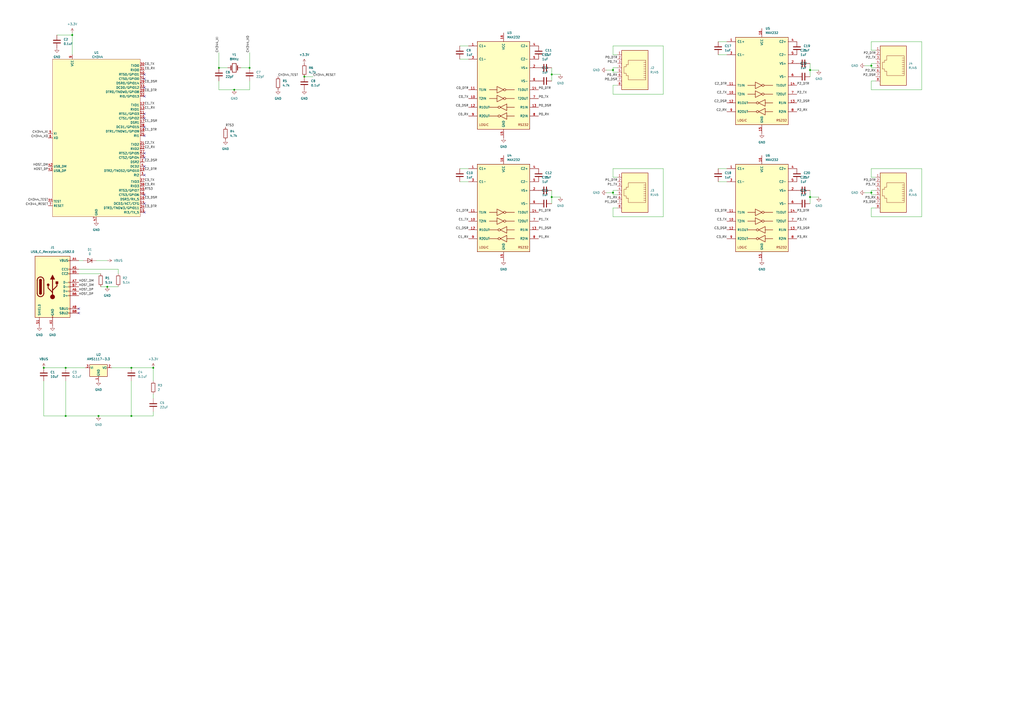
<source format=kicad_sch>
(kicad_sch (version 20211123) (generator eeschema)
  (paper "A2")
  (lib_symbols
    (symbol "Connector:RJ45" (pin_names (offset 1.016))
      (property "Reference" "J" (at -5.08 13.97 0))
      (property "Value" "RJ45" (at 2.54 13.97 0))
      (symbol "RJ45_0_1"
        (polyline (pts (xy -5.08 4.445) (xy -6.35 4.445)))
        (polyline (pts (xy -5.08 5.715) (xy -6.35 5.715)))
        (polyline (pts (xy -6.35 -3.175) (xy -5.08 -3.175) (xy -5.08 -3.175)))
        (polyline (pts (xy -6.35 -1.905) (xy -5.08 -1.905) (xy -5.08 -1.905)))
        (polyline (pts (xy -6.35 -0.635) (xy -5.08 -0.635) (xy -5.08 -0.635)))
        (polyline (pts (xy -6.35 0.635) (xy -5.08 0.635) (xy -5.08 0.635)))
        (polyline (pts (xy -6.35 1.905) (xy -5.08 1.905) (xy -5.08 1.905)))
        (polyline (pts (xy -5.08 3.175) (xy -6.35 3.175) (xy -6.35 3.175)))
        (polyline (pts (xy -6.35 -4.445) (xy -6.35 6.985) (xy 3.81 6.985) (xy 3.81 4.445) (xy 5.08 4.445) (xy 5.08 3.175) (xy 6.35 3.175) (xy 6.35 -0.635) (xy 5.08 -0.635) (xy 5.08 -1.905) (xy 3.81 -1.905) (xy 3.81 -4.445) (xy -6.35 -4.445) (xy -6.35 -4.445)))
        (rectangle (start 7.62 12.7) (end -7.62 -10.16) (stroke (width 0.254)) (fill (type background)))
      )
      (symbol "RJ45_1_1"
        (pin passive line (at 10.16 -7.62 180) (length 2.54) (name "~") (number "1"))
        (pin passive line (at 10.16 -5.08 180) (length 2.54) (name "~") (number "2"))
        (pin passive line (at 10.16 -2.54 180) (length 2.54) (name "~") (number "3"))
        (pin passive line (at 10.16 0 180) (length 2.54) (name "~") (number "4"))
        (pin passive line (at 10.16 2.54 180) (length 2.54) (name "~") (number "5"))
        (pin passive line (at 10.16 5.08 180) (length 2.54) (name "~") (number "6"))
        (pin passive line (at 10.16 7.62 180) (length 2.54) (name "~") (number "7"))
        (pin passive line (at 10.16 10.16 180) (length 2.54) (name "~") (number "8"))
      )
    )
    (symbol "Connector:USB_C_Receptacle_USB2.0" (pin_names (offset 1.016))
      (property "Reference" "J" (at -10.16 19.05 0))
      (property "Value" "USB_C_Receptacle_USB2.0" (at 19.05 19.05 0))
      (symbol "USB_C_Receptacle_USB2.0_0_0"
        (rectangle (start -0.254 -17.78) (end 0.254 -16.764))
        (rectangle (start 10.16 -14.986) (end 9.144 -15.494))
        (rectangle (start 10.16 -12.446) (end 9.144 -12.954))
        (rectangle (start 10.16 -4.826) (end 9.144 -5.334))
        (rectangle (start 10.16 -2.286) (end 9.144 -2.794))
        (rectangle (start 10.16 0.254) (end 9.144 -0.254))
        (rectangle (start 10.16 2.794) (end 9.144 2.286))
        (rectangle (start 10.16 7.874) (end 9.144 7.366))
        (rectangle (start 10.16 10.414) (end 9.144 9.906))
        (rectangle (start 10.16 15.494) (end 9.144 14.986))
      )
      (symbol "USB_C_Receptacle_USB2.0_0_1"
        (rectangle (start -10.16 17.78) (end 10.16 -17.78) (stroke (width 0.254)) (fill (type background)))
        (arc (start -8.89 -3.81) (mid -6.985 -5.715) (end -5.08 -3.81) (stroke (width 0.508)))
        (arc (start -7.62 -3.81) (mid -6.985 -4.445) (end -6.35 -3.81) (stroke (width 0.254)))
        (arc (start -7.62 -3.81) (mid -6.985 -4.445) (end -6.35 -3.81) (stroke (width 0.254)) (fill (type outline)))
        (rectangle (start -7.62 -3.81) (end -6.35 3.81) (stroke (width 0.254)) (fill (type outline)))
        (arc (start -6.35 3.81) (mid -6.985 4.445) (end -7.62 3.81) (stroke (width 0.254)))
        (arc (start -6.35 3.81) (mid -6.985 4.445) (end -7.62 3.81) (stroke (width 0.254)) (fill (type outline)))
        (arc (start -5.08 3.81) (mid -6.985 5.715) (end -8.89 3.81) (stroke (width 0.508)))
        (circle (center -2.54 1.143) (radius 0.635) (stroke (width 0.254)) (fill (type outline)))
        (circle (center 0 -5.842) (radius 1.27) (fill (type outline)))
        (polyline (pts (xy -8.89 -3.81) (xy -8.89 3.81)) (stroke (width 0.508)))
        (polyline (pts (xy -5.08 3.81) (xy -5.08 -3.81)) (stroke (width 0.508)))
        (polyline (pts (xy 0 -5.842) (xy 0 4.318)) (stroke (width 0.508)))
        (polyline (pts (xy 0 -3.302) (xy -2.54 -0.762) (xy -2.54 0.508)) (stroke (width 0.508)))
        (polyline (pts (xy 0 -2.032) (xy 2.54 0.508) (xy 2.54 1.778)) (stroke (width 0.508)))
        (polyline (pts (xy -1.27 4.318) (xy 0 6.858) (xy 1.27 4.318) (xy -1.27 4.318)) (stroke (width 0.254)) (fill (type outline)))
        (rectangle (start 1.905 1.778) (end 3.175 3.048) (stroke (width 0.254)) (fill (type outline)))
      )
      (symbol "USB_C_Receptacle_USB2.0_1_1"
        (pin passive line (at 0 -22.86 90) (length 5.08) (name "GND") (number "A1"))
        (pin passive line (at 0 -22.86 90) (length 5.08) hide (name "GND") (number "A12"))
        (pin passive line (at 15.24 15.24 180) (length 5.08) (name "VBUS") (number "A4"))
        (pin bidirectional line (at 15.24 10.16 180) (length 5.08) (name "CC1") (number "A5"))
        (pin bidirectional line (at 15.24 -2.54 180) (length 5.08) (name "D+") (number "A6"))
        (pin bidirectional line (at 15.24 2.54 180) (length 5.08) (name "D-") (number "A7"))
        (pin bidirectional line (at 15.24 -12.7 180) (length 5.08) (name "SBU1") (number "A8"))
        (pin passive line (at 15.24 15.24 180) (length 5.08) hide (name "VBUS") (number "A9"))
        (pin passive line (at 0 -22.86 90) (length 5.08) hide (name "GND") (number "B1"))
        (pin passive line (at 0 -22.86 90) (length 5.08) hide (name "GND") (number "B12"))
        (pin passive line (at 15.24 15.24 180) (length 5.08) hide (name "VBUS") (number "B4"))
        (pin bidirectional line (at 15.24 7.62 180) (length 5.08) (name "CC2") (number "B5"))
        (pin bidirectional line (at 15.24 -5.08 180) (length 5.08) (name "D+") (number "B6"))
        (pin bidirectional line (at 15.24 0 180) (length 5.08) (name "D-") (number "B7"))
        (pin bidirectional line (at 15.24 -15.24 180) (length 5.08) (name "SBU2") (number "B8"))
        (pin passive line (at 15.24 15.24 180) (length 5.08) hide (name "VBUS") (number "B9"))
        (pin passive line (at -7.62 -22.86 90) (length 5.08) (name "SHIELD") (number "S1"))
      )
    )
    (symbol "Device:C" (pin_numbers hide) (pin_names (offset 0.254))
      (property "Reference" "C" (at 0.635 2.54 0))
      (property "Value" "C" (at 0.635 -2.54 0))
      (symbol "C_0_1"
        (polyline (pts (xy -2.032 -0.762) (xy 2.032 -0.762)) (stroke (width 0.508)))
        (polyline (pts (xy -2.032 0.762) (xy 2.032 0.762)) (stroke (width 0.508)))
      )
      (symbol "C_1_1"
        (pin passive line (at 0 3.81 270) (length 2.794) (name "~") (number "1"))
        (pin passive line (at 0 -3.81 90) (length 2.794) (name "~") (number "2"))
      )
    )
    (symbol "Device:Crystal" (pin_numbers hide) (pin_names (offset 1.016) hide)
      (property "Reference" "Y" (at 0 3.81 0))
      (property "Value" "Crystal" (at 0 -3.81 0))
      (symbol "Crystal_0_1"
        (rectangle (start -1.143 2.54) (end 1.143 -2.54) (stroke (width 0.3048)))
        (polyline (pts (xy -2.54 0) (xy -1.905 0)))
        (polyline (pts (xy -1.905 -1.27) (xy -1.905 1.27)) (stroke (width 0.508)))
        (polyline (pts (xy 1.905 -1.27) (xy 1.905 1.27)) (stroke (width 0.508)))
        (polyline (pts (xy 2.54 0) (xy 1.905 0)))
      )
      (symbol "Crystal_1_1"
        (pin passive line (at -3.81 0 0) (length 1.27) (name "1") (number "1"))
        (pin passive line (at 3.81 0 180) (length 1.27) (name "2") (number "2"))
      )
    )
    (symbol "Device:D" (pin_numbers hide) (pin_names (offset 1.016) hide)
      (property "Reference" "D" (at 0 2.54 0))
      (property "Value" "D" (at 0 -2.54 0))
      (symbol "D_0_1"
        (polyline (pts (xy -1.27 1.27) (xy -1.27 -1.27)) (stroke (width 0.254)))
        (polyline (pts (xy 1.27 0) (xy -1.27 0)))
        (polyline (pts (xy 1.27 1.27) (xy 1.27 -1.27) (xy -1.27 0) (xy 1.27 1.27)) (stroke (width 0.254)))
      )
      (symbol "D_1_1"
        (pin passive line (at -3.81 0 0) (length 2.54) (name "K") (number "1"))
        (pin passive line (at 3.81 0 180) (length 2.54) (name "A") (number "2"))
      )
    )
    (symbol "Device:R" (pin_numbers hide) (pin_names (offset 0))
      (property "Reference" "R" (at 2.032 0 90))
      (property "Value" "R" (at 0 0 90))
      (symbol "R_0_1"
        (rectangle (start -1.016 -2.54) (end 1.016 2.54) (stroke (width 0.254)))
      )
      (symbol "R_1_1"
        (pin passive line (at 0 3.81 270) (length 1.27) (name "~") (number "1"))
        (pin passive line (at 0 -3.81 90) (length 1.27) (name "~") (number "2"))
      )
    )
    (symbol "Interface_UART:MAX232" (pin_names (offset 1.016))
      (property "Reference" "U" (at -2.54 28.575 0))
      (property "Value" "MAX232" (at -2.54 26.67 0))
      (symbol "MAX232_0_0"
        (text "LOGIC" (at -11.43 -22.86 0) (effects (font (size 1.27 1.27))))
        (text "RS232" (at 11.43 -22.86 0) (effects (font (size 1.27 1.27))))
      )
      (symbol "MAX232_0_1"
        (rectangle (start -15.24 -25.4) (end 15.24 25.4) (stroke (width 0.254)) (fill (type background)))
        (circle (center -2.54 -17.78) (radius 0.635) (stroke (width 0.254)))
        (circle (center -2.54 -12.7) (radius 0.635) (stroke (width 0.254)))
        (polyline (pts (xy -3.81 -7.62) (xy -8.255 -7.62)) (stroke (width 0.254)))
        (polyline (pts (xy -3.81 -2.54) (xy -8.255 -2.54)) (stroke (width 0.254)))
        (polyline (pts (xy -3.175 -17.78) (xy -8.255 -17.78)) (stroke (width 0.254)))
        (polyline (pts (xy -3.175 -12.7) (xy -8.255 -12.7)) (stroke (width 0.254)))
        (polyline (pts (xy 1.27 -7.62) (xy 6.35 -7.62)) (stroke (width 0.254)))
        (polyline (pts (xy 1.27 -2.54) (xy 6.35 -2.54)) (stroke (width 0.254)))
        (polyline (pts (xy 1.905 -17.78) (xy 6.35 -17.78)) (stroke (width 0.254)))
        (polyline (pts (xy 1.905 -12.7) (xy 6.35 -12.7)) (stroke (width 0.254)))
        (polyline (pts (xy -3.81 -5.715) (xy -3.81 -9.525) (xy 0 -7.62) (xy -3.81 -5.715)) (stroke (width 0.254)))
        (polyline (pts (xy -3.81 -0.635) (xy -3.81 -4.445) (xy 0 -2.54) (xy -3.81 -0.635)) (stroke (width 0.254)))
        (polyline (pts (xy 1.905 -15.875) (xy 1.905 -19.685) (xy -1.905 -17.78) (xy 1.905 -15.875)) (stroke (width 0.254)))
        (polyline (pts (xy 1.905 -10.795) (xy 1.905 -14.605) (xy -1.905 -12.7) (xy 1.905 -10.795)) (stroke (width 0.254)))
        (circle (center 0.635 -7.62) (radius 0.635) (stroke (width 0.254)))
        (circle (center 0.635 -2.54) (radius 0.635) (stroke (width 0.254)))
      )
      (symbol "MAX232_1_1"
        (pin passive line (at -20.32 22.86 0) (length 5.08) (name "C1+") (number "1"))
        (pin input line (at -20.32 -7.62 0) (length 5.08) (name "T2IN") (number "10"))
        (pin input line (at -20.32 -2.54 0) (length 5.08) (name "T1IN") (number "11"))
        (pin output line (at -20.32 -12.7 0) (length 5.08) (name "R1OUT") (number "12"))
        (pin input line (at 20.32 -12.7 180) (length 5.08) (name "R1IN") (number "13"))
        (pin output line (at 20.32 -2.54 180) (length 5.08) (name "T1OUT") (number "14"))
        (pin power_in line (at 0 -30.48 90) (length 5.08) (name "GND") (number "15"))
        (pin power_in line (at 0 30.48 270) (length 5.08) (name "VCC") (number "16"))
        (pin power_out line (at 20.32 10.16 180) (length 5.08) (name "VS+") (number "2"))
        (pin passive line (at -20.32 15.24 0) (length 5.08) (name "C1-") (number "3"))
        (pin passive line (at 20.32 22.86 180) (length 5.08) (name "C2+") (number "4"))
        (pin passive line (at 20.32 15.24 180) (length 5.08) (name "C2-") (number "5"))
        (pin power_out line (at 20.32 2.54 180) (length 5.08) (name "VS-") (number "6"))
        (pin output line (at 20.32 -7.62 180) (length 5.08) (name "T2OUT") (number "7"))
        (pin input line (at 20.32 -17.78 180) (length 5.08) (name "R2IN") (number "8"))
        (pin output line (at -20.32 -17.78 0) (length 5.08) (name "R2OUT") (number "9"))
      )
    )
    (symbol "Regulator_Linear:AMS1117-3.3" (pin_names (offset 0.254))
      (property "Reference" "U" (at -3.81 3.175 0))
      (property "Value" "AMS1117-3.3" (at 0 3.175 0))
      (symbol "AMS1117-3.3_0_1"
        (rectangle (start -5.08 -5.08) (end 5.08 1.905) (stroke (width 0.254)) (fill (type background)))
      )
      (symbol "AMS1117-3.3_1_1"
        (pin power_in line (at 0 -7.62 90) (length 2.54) (name "GND") (number "1"))
        (pin power_out line (at 7.62 0 180) (length 2.54) (name "VO") (number "2"))
        (pin power_in line (at -7.62 0 0) (length 2.54) (name "VI") (number "3"))
      )
    )
    (symbol "power:+3.3V" (power) (pin_names (offset 0))
      (property "Value" "+3.3V" (at 0 3.556 0))
      (symbol "+3.3V_0_1"
        (polyline (pts (xy -0.762 1.27) (xy 0 2.54)))
        (polyline (pts (xy 0 0) (xy 0 2.54)))
        (polyline (pts (xy 0 2.54) (xy 0.762 1.27)))
      )
      (symbol "+3.3V_1_1"
        (pin power_in line (at 0 0 90) (length 0) hide (name "+3.3V") (number "1"))
      )
    )
    (symbol "power:GND" (power) (pin_names (offset 0))
      (property "Value" "GND" (at 0 -3.81 0))
      (symbol "GND_0_1"
        (polyline (pts (xy 0 0) (xy 0 -1.27) (xy 1.27 -1.27) (xy 0 -2.54) (xy -1.27 -1.27) (xy 0 -1.27)))
      )
      (symbol "GND_1_1"
        (pin power_in line (at 0 0 270) (length 0) hide (name "GND") (number "1"))
      )
    )
    (symbol "power:VBUS" (power) (pin_names (offset 0))
      (property "Value" "VBUS" (at 0 3.81 0))
      (symbol "VBUS_0_1"
        (polyline (pts (xy -0.762 1.27) (xy 0 2.54)))
        (polyline (pts (xy 0 0) (xy 0 2.54)))
        (polyline (pts (xy 0 2.54) (xy 0.762 1.27)))
      )
      (symbol "VBUS_1_1"
        (pin power_in line (at 0 0 90) (length 0) hide (name "VBUS") (number "1"))
      )
    )
    (symbol "serial-hub:CH344"
      (property "Reference" "U" (at 0 0 0))
      (property "Value" "CH344" (at 0 106.68 0))
      (symbol "CH344_0_0"
        (pin passive line (at -13.97 106.68 270) (length 2.54) hide (name "VCC") (number "24"))
        (pin input line (at 27.94 59.69 180) (length 2.54) (name "RI1") (number "25"))
        (pin input line (at 27.94 46.99 180) (length 2.54) (name "CTS2/GPIO4") (number "26"))
        (pin output line (at 27.94 49.53 180) (length 2.54) (name "RTS2/GPIO5") (number "27"))
        (pin input line (at 27.94 64.77 180) (length 2.54) (name "DCD1/GPIO15") (number "28"))
        (pin input line (at 27.94 90.17 180) (length 2.54) (name "DSR0/GPIO14") (number "29"))
        (pin input line (at 27.94 36.83 180) (length 2.54) (name "RI2") (number "3"))
        (pin output line (at 27.94 100.33 180) (length 2.54) (name "TXD0") (number "30"))
        (pin input line (at 27.94 97.79 180) (length 2.54) (name "RXD0") (number "31"))
        (pin input line (at 27.94 82.55 180) (length 2.54) (name "RI0/GPIO13") (number "32"))
        (pin input line (at 27.94 87.63 180) (length 2.54) (name "DCD0/GPIO12") (number "33"))
        (pin output line (at 27.94 17.78 180) (length 2.54) (name "DTR3/TNOW3/GPIO11") (number "34"))
        (pin passive line (at 0 10.16 90) (length 2.54) hide (name "GND") (number "35"))
        (pin passive line (at -13.97 106.68 270) (length 2.54) hide (name "VCC") (number "36"))
        (pin output line (at 27.94 33.02 180) (length 2.54) (name "TXD3") (number "37"))
        (pin input line (at 27.94 30.48 180) (length 2.54) (name "RXD3") (number "38"))
        (pin output line (at 27.94 85.09 180) (length 2.54) (name "DTR0/TNOW0/GPIO8") (number "39"))
        (pin input line (at 27.94 41.91 180) (length 2.54) (name "DCD2") (number "4"))
        (pin output line (at 27.94 95.25 180) (length 2.54) (name "RTS0/GPIO1") (number "40"))
        (pin input line (at 27.94 92.71 180) (length 2.54) (name "CTS0/GPIO0") (number "41"))
        (pin bidirectional line (at -27.94 41.91 0) (length 2.54) (name "USB_DM") (number "42"))
        (pin bidirectional line (at -27.94 39.37 0) (length 2.54) (name "USB_DP") (number "43"))
        (pin input line (at -27.94 21.59 0) (length 2.54) (name "TEST") (number "44"))
        (pin output line (at 27.94 27.94 180) (length 2.54) (name "RTS3/GPIO7") (number "45"))
        (pin input line (at 27.94 25.4 180) (length 2.54) (name "CTS3/GPIO6") (number "46"))
        (pin power_in line (at 0 10.16 90) (length 2.54) (name "GND") (number "47"))
        (pin passive line (at -13.97 106.68 270) (length 2.54) hide (name "VCC") (number "48"))
      )
      (symbol "CH344_0_1"
        (rectangle (start -25.4 104.14) (end 25.4 12.7) (fill (type background)))
      )
      (symbol "CH344_1_1"
        (pin input line (at 27.94 69.85 180) (length 2.54) (name "CTS1/GPIO2") (number "10"))
        (pin output line (at 27.94 72.39 180) (length 2.54) (name "RTS1/GPIO3") (number "11"))
        (pin output line (at 27.94 77.47 180) (length 2.54) (name "TXD1") (number "12"))
        (pin input line (at 27.94 74.93 180) (length 2.54) (name "RXD1") (number "13"))
        (pin input line (at 27.94 20.32 180) (length 2.54) (name "DCD3/ACT/CFG") (number "14"))
        (pin input line (at 27.94 15.24 180) (length 2.54) (name "RI3/TX_S") (number "15"))
        (pin input line (at 27.94 22.86 180) (length 2.54) (name "DSR3/RX_S") (number "16"))
        (pin input line (at 27.94 67.31 180) (length 2.54) (name "DSR1") (number "17"))
        (pin output line (at 27.94 62.23 180) (length 2.54) (name "DTR1/TNOW1/GPIO9") (number "18"))
        (pin output line (at 27.94 39.37 180) (length 2.54) (name "DTR2/TNOS2/GPIO10") (number "19"))
        (pin input line (at 27.94 44.45 180) (length 2.54) (name "DSR2") (number "2"))
        (pin passive line (at 0 10.16 90) (length 2.54) hide (name "GND") (number "20"))
        (pin output line (at 27.94 54.61 180) (length 2.54) (name "TXD2") (number "21"))
        (pin input line (at 27.94 52.07 180) (length 2.54) (name "RXD2") (number "22"))
        (pin passive line (at 0 10.16 90) (length 2.54) hide (name "GND") (number "23"))
        (pin input line (at -27.94 60.96 0) (length 2.54) (name "XI") (number "5"))
        (pin output line (at -27.94 58.42 0) (length 2.54) (name "XO") (number "6"))
        (pin input line (at -27.94 19.05 0) (length 2.54) (name "RESET") (number "7"))
        (pin passive line (at 0 10.16 90) (length 2.54) hide (name "GND") (number "8"))
        (pin power_in line (at -13.97 106.68 270) (length 2.54) (name "VCC") (number "9"))
      )
    )
  )
  (junction (at 41.91 20.32))
  (junction (at 355.6 40.64))
  (junction (at 176.53 44.45))
  (junction (at 38.1 241.3))
  (junction (at 469.9 40.64))
  (junction (at 505.46 38.1))
  (junction (at 127 39.37))
  (junction (at 505.46 111.76))
  (junction (at 135.89 52.07))
  (junction (at 25.4 213.36))
  (junction (at 320.04 43.18))
  (junction (at 62.23 166.37))
  (junction (at 76.2 241.3))
  (junction (at 469.9 114.3))
  (junction (at 355.6 111.76))
  (junction (at 144.78 39.37))
  (junction (at 320.04 114.3))
  (junction (at 38.1 213.36))
  (junction (at 76.2 213.36))
  (junction (at 88.9 213.36))
  (junction (at 57.15 241.3))
  (no_connect (at 83.82 73.66))
  (no_connect (at 83.82 118.11))
  (no_connect (at 83.82 91.44))
  (no_connect (at 83.82 88.9))
  (no_connect (at 83.82 68.58))
  (no_connect (at 83.82 101.6))
  (no_connect (at 83.82 43.18))
  (no_connect (at 83.82 96.52))
  (no_connect (at 45.72 179.07))
  (no_connect (at 83.82 50.8))
  (no_connect (at 83.82 66.04))
  (no_connect (at 83.82 55.88))
  (no_connect (at 45.72 181.61))
  (no_connect (at 83.82 113.03))
  (no_connect (at 83.82 45.72))
  (no_connect (at 83.82 78.74))
  (no_connect (at 83.82 123.19))
  (wire (pts (xy 144.78 30.48) (xy 144.78 39.37)))
  (wire (pts (xy 176.53 44.45) (xy 181.61 44.45)))
  (wire (pts (xy 127 39.37) (xy 132.08 39.37)))
  (wire (pts (xy 505.46 52.07) (xy 505.46 46.99)))
  (wire (pts (xy 505.46 120.65) (xy 508 120.65)))
  (wire (pts (xy 58.42 166.37) (xy 62.23 166.37)))
  (wire (pts (xy 469.9 40.64) (xy 474.98 40.64)))
  (wire (pts (xy 38.1 241.3) (xy 57.15 241.3)))
  (wire (pts (xy 508 102.87) (xy 505.46 102.87)))
  (wire (pts (xy 416.56 31.75) (xy 421.64 31.75)))
  (wire (pts (xy 266.7 34.29) (xy 271.78 34.29)))
  (wire (pts (xy 501.65 38.1) (xy 505.46 38.1)))
  (wire (pts (xy 358.14 110.49) (xy 355.6 110.49)))
  (wire (pts (xy 41.91 19.05) (xy 41.91 20.32)))
  (wire (pts (xy 355.6 120.65) (xy 358.14 120.65)))
  (wire (pts (xy 469.9 36.83) (xy 469.9 40.64)))
  (wire (pts (xy 41.91 20.32) (xy 41.91 31.75)))
  (wire (pts (xy 62.23 166.37) (xy 68.58 166.37)))
  (wire (pts (xy 508 110.49) (xy 505.46 110.49)))
  (wire (pts (xy 127 52.07) (xy 135.89 52.07)))
  (wire (pts (xy 55.88 151.13) (xy 62.23 151.13)))
  (wire (pts (xy 38.1 220.98) (xy 38.1 241.3)))
  (wire (pts (xy 64.77 213.36) (xy 76.2 213.36)))
  (wire (pts (xy 358.14 102.87) (xy 355.6 102.87)))
  (wire (pts (xy 505.46 97.79) (xy 534.67 97.79)))
  (wire (pts (xy 144.78 39.37) (xy 139.7 39.37)))
  (wire (pts (xy 501.65 111.76) (xy 505.46 111.76)))
  (wire (pts (xy 33.02 20.32) (xy 41.91 20.32)))
  (wire (pts (xy 469.9 114.3) (xy 474.98 114.3)))
  (wire (pts (xy 358.14 39.37) (xy 355.6 39.37)))
  (wire (pts (xy 469.9 40.64) (xy 469.9 44.45)))
  (wire (pts (xy 534.67 97.79) (xy 534.67 125.73)))
  (wire (pts (xy 45.72 156.21) (xy 68.58 156.21)))
  (wire (pts (xy 320.04 114.3) (xy 325.12 114.3)))
  (wire (pts (xy 127 46.99) (xy 127 52.07)))
  (wire (pts (xy 534.67 125.73) (xy 505.46 125.73)))
  (wire (pts (xy 351.79 111.76) (xy 355.6 111.76)))
  (wire (pts (xy 416.56 105.41) (xy 421.64 105.41)))
  (wire (pts (xy 355.6 26.67) (xy 384.81 26.67)))
  (wire (pts (xy 505.46 39.37) (xy 508 39.37)))
  (wire (pts (xy 505.46 24.13) (xy 534.67 24.13)))
  (wire (pts (xy 505.46 102.87) (xy 505.46 97.79)))
  (wire (pts (xy 469.9 114.3) (xy 469.9 118.11)))
  (wire (pts (xy 505.46 36.83) (xy 505.46 38.1)))
  (wire (pts (xy 355.6 113.03) (xy 358.14 113.03)))
  (wire (pts (xy 57.15 241.3) (xy 76.2 241.3)))
  (wire (pts (xy 469.9 110.49) (xy 469.9 114.3)))
  (wire (pts (xy 88.9 228.6) (xy 88.9 231.14)))
  (wire (pts (xy 266.7 26.67) (xy 271.78 26.67)))
  (wire (pts (xy 355.6 97.79) (xy 384.81 97.79)))
  (wire (pts (xy 534.67 24.13) (xy 534.67 52.07)))
  (wire (pts (xy 505.46 110.49) (xy 505.46 111.76)))
  (wire (pts (xy 508 29.21) (xy 505.46 29.21)))
  (wire (pts (xy 38.1 213.36) (xy 49.53 213.36)))
  (wire (pts (xy 355.6 102.87) (xy 355.6 97.79)))
  (wire (pts (xy 127 30.48) (xy 127 39.37)))
  (wire (pts (xy 355.6 31.75) (xy 355.6 26.67)))
  (wire (pts (xy 266.7 105.41) (xy 271.78 105.41)))
  (wire (pts (xy 355.6 49.53) (xy 358.14 49.53)))
  (wire (pts (xy 144.78 52.07) (xy 135.89 52.07)))
  (wire (pts (xy 48.26 151.13) (xy 45.72 151.13)))
  (wire (pts (xy 355.6 41.91) (xy 358.14 41.91)))
  (wire (pts (xy 355.6 39.37) (xy 355.6 40.64)))
  (wire (pts (xy 358.14 31.75) (xy 355.6 31.75)))
  (wire (pts (xy 505.46 46.99) (xy 508 46.99)))
  (wire (pts (xy 25.4 241.3) (xy 38.1 241.3)))
  (wire (pts (xy 416.56 97.79) (xy 421.64 97.79)))
  (wire (pts (xy 25.4 213.36) (xy 38.1 213.36)))
  (wire (pts (xy 505.46 111.76) (xy 505.46 113.03)))
  (wire (pts (xy 320.04 43.18) (xy 325.12 43.18)))
  (wire (pts (xy 320.04 114.3) (xy 320.04 118.11)))
  (wire (pts (xy 58.42 158.75) (xy 45.72 158.75)))
  (wire (pts (xy 384.81 54.61) (xy 355.6 54.61)))
  (wire (pts (xy 144.78 46.99) (xy 144.78 52.07)))
  (wire (pts (xy 320.04 43.18) (xy 320.04 46.99)))
  (wire (pts (xy 76.2 213.36) (xy 88.9 213.36)))
  (wire (pts (xy 416.56 24.13) (xy 421.64 24.13)))
  (wire (pts (xy 384.81 97.79) (xy 384.81 125.73)))
  (wire (pts (xy 355.6 40.64) (xy 355.6 41.91)))
  (wire (pts (xy 76.2 220.98) (xy 76.2 241.3)))
  (wire (pts (xy 505.46 113.03) (xy 508 113.03)))
  (wire (pts (xy 320.04 39.37) (xy 320.04 43.18)))
  (wire (pts (xy 384.81 125.73) (xy 355.6 125.73)))
  (wire (pts (xy 88.9 220.98) (xy 88.9 213.36)))
  (wire (pts (xy 266.7 97.79) (xy 271.78 97.79)))
  (wire (pts (xy 88.9 238.76) (xy 88.9 241.3)))
  (wire (pts (xy 355.6 125.73) (xy 355.6 120.65)))
  (wire (pts (xy 355.6 54.61) (xy 355.6 49.53)))
  (wire (pts (xy 320.04 110.49) (xy 320.04 114.3)))
  (wire (pts (xy 505.46 38.1) (xy 505.46 39.37)))
  (wire (pts (xy 534.67 52.07) (xy 505.46 52.07)))
  (wire (pts (xy 384.81 26.67) (xy 384.81 54.61)))
  (wire (pts (xy 351.79 40.64) (xy 355.6 40.64)))
  (wire (pts (xy 355.6 111.76) (xy 355.6 113.03)))
  (wire (pts (xy 505.46 29.21) (xy 505.46 24.13)))
  (wire (pts (xy 355.6 110.49) (xy 355.6 111.76)))
  (wire (pts (xy 25.4 220.98) (xy 25.4 241.3)))
  (wire (pts (xy 76.2 241.3) (xy 88.9 241.3)))
  (wire (pts (xy 68.58 156.21) (xy 68.58 158.75)))
  (wire (pts (xy 508 36.83) (xy 505.46 36.83)))
  (wire (pts (xy 505.46 125.73) (xy 505.46 120.65)))
  (label "C3_RX" (at 421.64 138.43 180))
  (label "P2_RX" (at 462.28 64.77 0))
  (label "P0_DSR" (at 312.42 62.23 0))
  (label "C0_TX" (at 271.78 57.15 180))
  (label "HOST_DM" (at 27.94 96.52 180))
  (label "CH344_XI" (at 27.94 77.47 180))
  (label "C2_DSR" (at 83.82 93.98 0))
  (label "P3_TX" (at 508 107.95 180))
  (label "RTS3" (at 83.82 110.49 0))
  (label "C1_DSR" (at 83.82 71.12 0))
  (label "P3_RX" (at 462.28 138.43 0))
  (label "HOST_DP" (at 45.72 171.45 0))
  (label "P1_DTR" (at 312.42 123.19 0))
  (label "C2_RX" (at 83.82 86.36 0))
  (label "HOST_DM" (at 45.72 163.83 0))
  (label "C0_RX" (at 271.78 67.31 180))
  (label "P0_TX" (at 312.42 57.15 0))
  (label "C2_DSR" (at 421.64 59.69 180))
  (label "P2_DSR" (at 508 44.45 180))
  (label "P1_RX" (at 312.42 138.43 0))
  (label "RTS3" (at 130.81 73.66 0))
  (label "C3_DTR" (at 83.82 120.65 0))
  (label "C1_TX" (at 83.82 60.96 0))
  (label "P3_TX" (at 462.28 128.27 0))
  (label "C0_RX" (at 83.82 40.64 0))
  (label "P0_DTR" (at 358.14 34.29 180))
  (label "C1_DSR" (at 271.78 133.35 180))
  (label "C0_DTR" (at 271.78 52.07 180))
  (label "C1_DTR" (at 83.82 76.2 0))
  (label "CH344_TEST" (at 161.29 44.45 0))
  (label "HOST_DP" (at 27.94 99.06 180))
  (label "P1_RX" (at 358.14 115.57 180))
  (label "C0_DSR" (at 83.82 48.26 0))
  (label "P0_RX" (at 312.42 67.31 0))
  (label "C2_TX" (at 83.82 83.82 0))
  (label "CH344_RESET" (at 27.94 119.38 180))
  (label "C1_RX" (at 271.78 138.43 180))
  (label "C1_TX" (at 271.78 128.27 180))
  (label "P3_DSR" (at 462.28 133.35 0))
  (label "P2_DSR" (at 462.28 59.69 0))
  (label "P2_TX" (at 462.28 54.61 0))
  (label "P2_TX" (at 508 34.29 180))
  (label "C2_RX" (at 421.64 64.77 180))
  (label "P1_DSR" (at 358.14 118.11 180))
  (label "P0_RX" (at 358.14 44.45 180))
  (label "C1_DTR" (at 271.78 123.19 180))
  (label "P2_DTR" (at 462.28 49.53 0))
  (label "C2_TX" (at 421.64 54.61 180))
  (label "CH344_TEST" (at 27.94 116.84 180))
  (label "P3_DTR" (at 508 105.41 180))
  (label "P1_TX" (at 312.42 128.27 0))
  (label "P1_DSR" (at 312.42 133.35 0))
  (label "P1_DTR" (at 358.14 105.41 180))
  (label "CH344_XO" (at 27.94 80.01 180))
  (label "HOST_DP" (at 45.72 168.91 0))
  (label "P2_DTR" (at 508 31.75 180))
  (label "P3_DSR" (at 508 118.11 180))
  (label "C0_DTR" (at 83.82 53.34 0))
  (label "C2_DTR" (at 83.82 99.06 0))
  (label "C3_RX" (at 83.82 107.95 0))
  (label "C0_TX" (at 83.82 38.1 0))
  (label "C3_TX" (at 421.64 128.27 180))
  (label "CH344_XO" (at 144.78 30.48 90))
  (label "P3_RX" (at 508 115.57 180))
  (label "P0_DSR" (at 358.14 46.99 180))
  (label "C3_DTR" (at 421.64 123.19 180))
  (label "P2_RX" (at 508 41.91 180))
  (label "HOST_DM" (at 45.72 166.37 0))
  (label "P0_DTR" (at 312.42 52.07 0))
  (label "C3_DSR" (at 421.64 133.35 180))
  (label "C2_DTR" (at 421.64 49.53 180))
  (label "P3_DTR" (at 462.28 123.19 0))
  (label "C3_DSR" (at 83.82 115.57 0))
  (label "C1_RX" (at 83.82 63.5 0))
  (label "P1_TX" (at 358.14 107.95 180))
  (label "C3_TX" (at 83.82 105.41 0))
  (label "CH344_XI" (at 127 30.48 90))
  (label "P0_TX" (at 358.14 36.83 180))
  (label "C0_DSR" (at 271.78 62.23 180))
  (label "CH344_RESET" (at 181.61 44.45 0))
  (symbol (lib_id "Device:C") (at 466.09 36.83 90) (unit 1)
    (property "Reference" "C21" (at 466.09 29.21 90))
    (property "Value" "1uF" (at 466.09 31.75 90))
    (property "Footprint" "Capacitor_SMD:C_0402_1005Metric" (effects hide))
  )
  (symbol (lib_id "Device:C") (at 33.02 24.13 0) (unit 1)
    (property "Reference" "C2" (at 36.83 22.8599 0) (effects (justify left)))
    (property "Value" "0.1uF" (at 36.83 25.3999 0) (effects (justify left)))
    (property "Footprint" "Capacitor_SMD:C_0402_1005Metric" (effects hide))
  )
  (symbol (lib_id "power:GND") (at 57.15 241.3 0) (unit 1)
    (property "Reference" "#PWR08" (effects hide))
    (property "Value" "GND" (at 57.15 246.38 0))
  )
  (symbol (lib_id "Device:C") (at 25.4 217.17 0) (unit 1)
    (property "Reference" "C1" (at 29.21 215.8999 0) (effects (justify left)))
    (property "Value" "10uF" (at 29.21 218.4399 0) (effects (justify left)))
    (property "Footprint" "Capacitor_SMD:C_0603_1608Metric" (effects hide))
  )
  (symbol (lib_id "power:+3.3V") (at 176.53 36.83 0) (unit 1)
    (property "Reference" "#PWR015" (effects hide))
    (property "Value" "+3.3V" (at 176.53 31.75 0))
  )
  (symbol (lib_id "power:GND") (at 351.79 111.76 270) (unit 1)
    (property "Reference" "#PWR022" (effects hide))
    (property "Value" "GND" (at 347.98 111.7599 90) (effects (justify right)))
  )
  (symbol (lib_id "Connector:RJ45") (at 518.16 36.83 180) (unit 1)
    (property "Reference" "J4" (at 527.05 36.8299 0) (effects (justify right)))
    (property "Value" "RJ45" (at 527.05 39.3699 0) (effects (justify right)))
    (property "Footprint" "Connector_RJ:RJ45_Amphenol_RJHSE538X" (effects hide))
  )
  (symbol (lib_id "Device:C") (at 466.09 110.49 90) (unit 1)
    (property "Reference" "C23" (at 466.09 102.87 90))
    (property "Value" "1uF" (at 466.09 105.41 90))
    (property "Footprint" "Capacitor_SMD:C_0402_1005Metric" (effects hide))
  )
  (symbol (lib_id "Device:C") (at 176.53 48.26 0) (unit 1)
    (property "Reference" "C8" (at 180.34 46.9899 0) (effects (justify left)))
    (property "Value" "0.1uF" (at 180.34 49.5299 0) (effects (justify left)))
    (property "Footprint" "Capacitor_SMD:C_0402_1005Metric" (effects hide))
  )
  (symbol (lib_id "Device:C") (at 316.23 39.37 90) (unit 1)
    (property "Reference" "C13" (at 316.23 31.75 90))
    (property "Value" "1uF" (at 316.23 34.29 90))
    (property "Footprint" "Capacitor_SMD:C_0402_1005Metric" (effects hide))
  )
  (symbol (lib_id "Device:C") (at 316.23 118.11 90) (unit 1)
    (property "Reference" "C16" (at 316.23 110.49 90))
    (property "Value" "1uF" (at 316.23 113.03 90))
    (property "Footprint" "Capacitor_SMD:C_0402_1005Metric" (effects hide))
  )
  (symbol (lib_id "Device:R") (at 161.29 48.26 0) (unit 1)
    (property "Reference" "R5" (at 163.83 46.9899 0) (effects (justify left)))
    (property "Value" "4.7k" (at 163.83 49.5299 0) (effects (justify left)))
    (property "Footprint" "Resistor_SMD:R_0402_1005Metric" (effects hide))
  )
  (symbol (lib_id "Device:C") (at 266.7 101.6 0) (unit 1)
    (property "Reference" "C10" (at 270.51 100.3299 0) (effects (justify left)))
    (property "Value" "1uF" (at 270.51 102.8699 0) (effects (justify left)))
    (property "Footprint" "Capacitor_SMD:C_0402_1005Metric" (effects hide))
  )
  (symbol (lib_id "power:+3.3V") (at 88.9 213.36 0) (unit 1)
    (property "Reference" "#PWR011" (effects hide))
    (property "Value" "+3.3V" (at 88.9 208.28 0))
  )
  (symbol (lib_id "Connector:USB_C_Receptacle_USB2.0") (at 30.48 166.37 0) (unit 1)
    (property "Reference" "J1" (at 30.48 143.51 0))
    (property "Value" "USB_C_Receptacle_USB2.0" (at 30.48 146.05 0))
    (property "Footprint" "Connector_USB:USB_C_Receptacle_G-Switch_GT-USB-7010ASV" (effects hide))
    (property "Datasheet" "https://www.usb.org/sites/default/files/documents/usb_type-c.zip" (effects hide))
  )
  (symbol (lib_id "power:+3.3V") (at 41.91 19.05 0) (unit 1)
    (property "Reference" "#PWR05" (effects hide))
    (property "Value" "+3.3V" (at 41.91 13.97 0))
  )
  (symbol (lib_id "Interface_UART:MAX232") (at 441.96 120.65 0) (unit 1)
    (property "Reference" "U6" (at 443.9794 90.17 0) (effects (justify left)))
    (property "Value" "MAX232" (at 443.9794 92.71 0) (effects (justify left)))
    (property "Footprint" "Package_SO:SOIC-16_3.9x9.9mm_P1.27mm" (effects hide))
    (property "Datasheet" "http://www.ti.com/lit/ds/symlink/max232.pdf" (effects hide))
  )
  (symbol (lib_id "power:GND") (at 130.81 81.28 0) (unit 1)
    (property "Reference" "#PWR012" (effects hide))
    (property "Value" "GND" (at 130.81 86.36 0))
  )
  (symbol (lib_id "Device:C") (at 127 43.18 0) (unit 1)
    (property "Reference" "C6" (at 130.81 41.9099 0) (effects (justify left)))
    (property "Value" "22pF" (at 130.81 44.4499 0) (effects (justify left)))
    (property "Footprint" "Capacitor_SMD:C_0402_1005Metric" (effects hide))
  )
  (symbol (lib_id "Device:C") (at 416.56 27.94 0) (unit 1)
    (property "Reference" "C17" (at 420.37 26.6699 0) (effects (justify left)))
    (property "Value" "1uF" (at 420.37 29.2099 0) (effects (justify left)))
    (property "Footprint" "Capacitor_SMD:C_0402_1005Metric" (effects hide))
  )
  (symbol (lib_id "Interface_UART:MAX232") (at 292.1 49.53 0) (unit 1)
    (property "Reference" "U3" (at 294.1194 19.05 0) (effects (justify left)))
    (property "Value" "MAX232" (at 294.1194 21.59 0) (effects (justify left)))
    (property "Footprint" "Package_SO:SOIC-16_3.9x9.9mm_P1.27mm" (effects hide))
    (property "Datasheet" "http://www.ti.com/lit/ds/symlink/max232.pdf" (effects hide))
  )
  (symbol (lib_id "Regulator_Linear:AMS1117-3.3") (at 57.15 213.36 0) (unit 1)
    (property "Reference" "U2" (at 57.15 205.74 0))
    (property "Value" "AMS1117-3.3" (at 57.15 208.28 0))
    (property "Footprint" "Package_TO_SOT_SMD:SOT-223-3_TabPin2" (effects hide))
    (property "Datasheet" "http://www.advanced-monolithic.com/pdf/ds1117.pdf" (effects hide))
  )
  (symbol (lib_id "Device:C") (at 312.42 101.6 0) (unit 1)
    (property "Reference" "C12" (at 316.23 100.3299 0) (effects (justify left)))
    (property "Value" "1uF" (at 316.23 102.8699 0) (effects (justify left)))
    (property "Footprint" "Capacitor_SMD:C_0402_1005Metric" (effects hide))
  )
  (symbol (lib_id "power:VBUS") (at 62.23 151.13 270) (unit 1)
    (property "Reference" "#PWR09" (effects hide))
    (property "Value" "VBUS" (at 66.04 151.1299 90) (effects (justify left)))
  )
  (symbol (lib_id "Device:C") (at 466.09 118.11 90) (unit 1)
    (property "Reference" "C24" (at 466.09 110.49 90))
    (property "Value" "1uF" (at 466.09 113.03 90))
    (property "Footprint" "Capacitor_SMD:C_0402_1005Metric" (effects hide))
  )
  (symbol (lib_id "Device:R") (at 176.53 40.64 0) (unit 1)
    (property "Reference" "R6" (at 179.07 39.3699 0) (effects (justify left)))
    (property "Value" "4.7k" (at 179.07 41.9099 0) (effects (justify left)))
    (property "Footprint" "Resistor_SMD:R_0402_1005Metric" (effects hide))
  )
  (symbol (lib_id "power:GND") (at 441.96 151.13 0) (unit 1)
    (property "Reference" "#PWR024" (effects hide))
    (property "Value" "GND" (at 441.96 156.21 0))
  )
  (symbol (lib_id "Device:C") (at 316.23 46.99 90) (unit 1)
    (property "Reference" "C14" (at 316.23 39.37 90))
    (property "Value" "1uF" (at 316.23 41.91 90))
    (property "Footprint" "Capacitor_SMD:C_0402_1005Metric" (effects hide))
  )
  (symbol (lib_id "Interface_UART:MAX232") (at 292.1 120.65 0) (unit 1)
    (property "Reference" "U4" (at 294.1194 90.17 0) (effects (justify left)))
    (property "Value" "MAX232" (at 294.1194 92.71 0) (effects (justify left)))
    (property "Footprint" "Package_SO:SOIC-16_3.9x9.9mm_P1.27mm" (effects hide))
    (property "Datasheet" "http://www.ti.com/lit/ds/symlink/max232.pdf" (effects hide))
  )
  (symbol (lib_id "Device:R") (at 58.42 162.56 180) (unit 1)
    (property "Reference" "R1" (at 60.96 161.2899 0) (effects (justify right)))
    (property "Value" "5.1k" (at 60.96 163.8299 0) (effects (justify right)))
    (property "Footprint" "Resistor_SMD:R_0402_1005Metric" (effects hide))
  )
  (symbol (lib_id "power:GND") (at 351.79 40.64 270) (unit 1)
    (property "Reference" "#PWR021" (effects hide))
    (property "Value" "GND" (at 347.98 40.6399 90) (effects (justify right)))
  )
  (symbol (lib_id "Connector:RJ45") (at 368.3 110.49 180) (unit 1)
    (property "Reference" "J3" (at 377.19 110.4899 0) (effects (justify right)))
    (property "Value" "RJ45" (at 377.19 113.0299 0) (effects (justify right)))
    (property "Footprint" "Connector_RJ:RJ45_Amphenol_RJHSE538X" (effects hide))
  )
  (symbol (lib_id "Device:C") (at 312.42 30.48 0) (unit 1)
    (property "Reference" "C11" (at 316.23 29.2099 0) (effects (justify left)))
    (property "Value" "1uF" (at 316.23 31.7499 0) (effects (justify left)))
    (property "Footprint" "Capacitor_SMD:C_0402_1005Metric" (effects hide))
  )
  (symbol (lib_id "Connector:RJ45") (at 368.3 39.37 180) (unit 1)
    (property "Reference" "J2" (at 377.19 39.3699 0) (effects (justify right)))
    (property "Value" "RJ45" (at 377.19 41.9099 0) (effects (justify right)))
    (property "Footprint" "Connector_RJ:RJ45_Amphenol_RJHSE538X" (effects hide))
  )
  (symbol (lib_id "power:GND") (at 325.12 43.18 0) (unit 1)
    (property "Reference" "#PWR019" (effects hide))
    (property "Value" "GND" (at 325.12 48.26 0))
  )
  (symbol (lib_id "Device:C") (at 88.9 234.95 0) (unit 1)
    (property "Reference" "C5" (at 92.71 233.6799 0) (effects (justify left)))
    (property "Value" "22uF" (at 92.71 236.2199 0) (effects (justify left)))
    (property "Footprint" "Capacitor_SMD:C_0603_1608Metric" (effects hide))
  )
  (symbol (lib_id "serial-hub:CH344") (at 55.88 138.43 0) (unit 1)
    (property "Reference" "U1" (at 54.61 30.48 0) (effects (justify left)))
    (property "Value" "CH344" (at 53.34 33.02 0) (effects (justify left)))
    (property "Footprint" "Package_QFP:LQFP-48_7x7mm_P0.5mm" (effects hide))
  )
  (symbol (lib_id "power:GND") (at 325.12 114.3 0) (unit 1)
    (property "Reference" "#PWR020" (effects hide))
    (property "Value" "GND" (at 325.12 119.38 0))
  )
  (symbol (lib_id "power:GND") (at 292.1 151.13 0) (unit 1)
    (property "Reference" "#PWR018" (effects hide))
    (property "Value" "GND" (at 292.1 156.21 0))
  )
  (symbol (lib_id "power:GND") (at 176.53 52.07 0) (unit 1)
    (property "Reference" "#PWR016" (effects hide))
    (property "Value" "GND" (at 176.53 57.15 0))
  )
  (symbol (lib_id "Device:R") (at 88.9 224.79 0) (unit 1)
    (property "Reference" "R3" (at 91.44 223.5199 0) (effects (justify left)))
    (property "Value" "2" (at 91.44 226.0599 0) (effects (justify left)))
    (property "Footprint" "Resistor_SMD:R_0603_1608Metric" (effects hide))
  )
  (symbol (lib_id "power:GND") (at 292.1 80.01 0) (unit 1)
    (property "Reference" "#PWR017" (effects hide))
    (property "Value" "GND" (at 292.1 85.09 0))
  )
  (symbol (lib_id "Device:R") (at 68.58 162.56 180) (unit 1)
    (property "Reference" "R2" (at 71.12 161.2899 0) (effects (justify right)))
    (property "Value" "5.1k" (at 71.12 163.8299 0) (effects (justify right)))
    (property "Footprint" "Resistor_SMD:R_0402_1005Metric" (effects hide))
  )
  (symbol (lib_id "power:GND") (at 501.65 111.76 270) (unit 1)
    (property "Reference" "#PWR028" (effects hide))
    (property "Value" "GND" (at 497.84 111.7599 90) (effects (justify right)))
  )
  (symbol (lib_id "Connector:RJ45") (at 518.16 110.49 180) (unit 1)
    (property "Reference" "J5" (at 527.05 110.4899 0) (effects (justify right)))
    (property "Value" "RJ45" (at 527.05 113.0299 0) (effects (justify right)))
    (property "Footprint" "Connector_RJ:RJ45_Amphenol_RJHSE538X" (effects hide))
  )
  (symbol (lib_id "Device:R") (at 130.81 77.47 0) (unit 1)
    (property "Reference" "R4" (at 133.35 76.1999 0) (effects (justify left)))
    (property "Value" "4.7k" (at 133.35 78.7399 0) (effects (justify left)))
    (property "Footprint" "Resistor_SMD:R_0402_1005Metric" (effects hide))
  )
  (symbol (lib_id "power:GND") (at 474.98 40.64 0) (unit 1)
    (property "Reference" "#PWR025" (effects hide))
    (property "Value" "GND" (at 474.98 45.72 0))
  )
  (symbol (lib_id "power:GND") (at 474.98 114.3 0) (unit 1)
    (property "Reference" "#PWR026" (effects hide))
    (property "Value" "GND" (at 474.98 119.38 0))
  )
  (symbol (lib_id "Device:Crystal") (at 135.89 39.37 0) (unit 1)
    (property "Reference" "Y1" (at 135.89 31.75 0))
    (property "Value" "8MHz" (at 135.89 34.29 0))
    (property "Footprint" "Crystal:Crystal_SMD_5032-2Pin_5.0x3.2mm" (effects hide))
  )
  (symbol (lib_id "Device:C") (at 462.28 27.94 0) (unit 1)
    (property "Reference" "C19" (at 466.09 26.6699 0) (effects (justify left)))
    (property "Value" "1uF" (at 466.09 29.2099 0) (effects (justify left)))
    (property "Footprint" "Capacitor_SMD:C_0402_1005Metric" (effects hide))
  )
  (symbol (lib_id "power:GND") (at 57.15 220.98 0) (unit 1)
    (property "Reference" "#PWR07" (effects hide))
    (property "Value" "GND" (at 57.15 226.06 0))
  )
  (symbol (lib_id "Device:C") (at 76.2 217.17 0) (unit 1)
    (property "Reference" "C4" (at 80.01 215.8999 0) (effects (justify left)))
    (property "Value" "0.1uF" (at 80.01 218.4399 0) (effects (justify left)))
    (property "Footprint" "Capacitor_SMD:C_0402_1005Metric" (effects hide))
  )
  (symbol (lib_id "Device:C") (at 38.1 217.17 0) (unit 1)
    (property "Reference" "C3" (at 41.91 215.8999 0) (effects (justify left)))
    (property "Value" "0.1uF" (at 41.91 218.4399 0) (effects (justify left)))
    (property "Footprint" "Capacitor_SMD:C_0402_1005Metric" (effects hide))
  )
  (symbol (lib_id "power:GND") (at 22.86 189.23 0) (unit 1)
    (property "Reference" "#PWR01" (effects hide))
    (property "Value" "GND" (at 22.86 194.31 0))
  )
  (symbol (lib_id "power:GND") (at 62.23 166.37 0) (unit 1)
    (property "Reference" "#PWR010" (effects hide))
    (property "Value" "GND" (at 62.23 171.45 0))
  )
  (symbol (lib_id "Device:C") (at 266.7 30.48 0) (unit 1)
    (property "Reference" "C9" (at 270.51 29.2099 0) (effects (justify left)))
    (property "Value" "1uF" (at 270.51 31.7499 0) (effects (justify left)))
    (property "Footprint" "Capacitor_SMD:C_0402_1005Metric" (effects hide))
  )
  (symbol (lib_id "power:VBUS") (at 25.4 213.36 0) (unit 1)
    (property "Reference" "#PWR02" (effects hide))
    (property "Value" "VBUS" (at 25.4 208.28 0))
  )
  (symbol (lib_id "Device:C") (at 416.56 101.6 0) (unit 1)
    (property "Reference" "C18" (at 420.37 100.3299 0) (effects (justify left)))
    (property "Value" "1uF" (at 420.37 102.8699 0) (effects (justify left)))
    (property "Footprint" "Capacitor_SMD:C_0402_1005Metric" (effects hide))
  )
  (symbol (lib_id "power:GND") (at 33.02 27.94 0) (unit 1)
    (property "Reference" "#PWR04" (effects hide))
    (property "Value" "GND" (at 33.02 33.02 0))
  )
  (symbol (lib_id "power:GND") (at 161.29 52.07 0) (unit 1)
    (property "Reference" "#PWR014" (effects hide))
    (property "Value" "GND" (at 161.29 57.15 0))
  )
  (symbol (lib_id "Device:C") (at 316.23 110.49 90) (unit 1)
    (property "Reference" "C15" (at 316.23 102.87 90))
    (property "Value" "1uF" (at 316.23 105.41 90))
    (property "Footprint" "Capacitor_SMD:C_0402_1005Metric" (effects hide))
  )
  (symbol (lib_id "Device:C") (at 466.09 44.45 90) (unit 1)
    (property "Reference" "C22" (at 466.09 36.83 90))
    (property "Value" "1uF" (at 466.09 39.37 90))
    (property "Footprint" "Capacitor_SMD:C_0402_1005Metric" (effects hide))
  )
  (symbol (lib_id "power:GND") (at 30.48 189.23 0) (unit 1)
    (property "Reference" "#PWR03" (effects hide))
    (property "Value" "GND" (at 30.48 194.31 0))
  )
  (symbol (lib_id "power:GND") (at 55.88 128.27 0) (unit 1)
    (property "Reference" "#PWR06" (effects hide))
    (property "Value" "GND" (at 55.88 133.35 0))
  )
  (symbol (lib_id "power:GND") (at 501.65 38.1 270) (unit 1)
    (property "Reference" "#PWR027" (effects hide))
    (property "Value" "GND" (at 497.84 38.0999 90) (effects (justify right)))
  )
  (symbol (lib_id "Device:D") (at 52.07 151.13 180) (unit 1)
    (property "Reference" "D1" (at 52.07 144.78 0))
    (property "Value" "0" (at 52.07 147.32 0))
    (property "Footprint" "Diode_SMD:D_SOD-123" (effects hide))
  )
  (symbol (lib_id "power:GND") (at 135.89 52.07 0) (unit 1)
    (property "Reference" "#PWR013" (effects hide))
    (property "Value" "GND" (at 135.89 57.15 0))
  )
  (symbol (lib_id "Device:C") (at 462.28 101.6 0) (unit 1)
    (property "Reference" "C20" (at 466.09 100.3299 0) (effects (justify left)))
    (property "Value" "1uF" (at 466.09 102.8699 0) (effects (justify left)))
    (property "Footprint" "Capacitor_SMD:C_0402_1005Metric" (effects hide))
  )
  (symbol (lib_id "Device:C") (at 144.78 43.18 0) (unit 1)
    (property "Reference" "C7" (at 148.59 41.9099 0) (effects (justify left)))
    (property "Value" "22pF" (at 148.59 44.4499 0) (effects (justify left)))
    (property "Footprint" "Capacitor_SMD:C_0402_1005Metric" (effects hide))
  )
  (symbol (lib_id "Interface_UART:MAX232") (at 441.96 46.99 0) (unit 1)
    (property "Reference" "U5" (at 443.9794 16.51 0) (effects (justify left)))
    (property "Value" "MAX232" (at 443.9794 19.05 0) (effects (justify left)))
    (property "Footprint" "Package_SO:SOIC-16_3.9x9.9mm_P1.27mm" (effects hide))
    (property "Datasheet" "http://www.ti.com/lit/ds/symlink/max232.pdf" (effects hide))
  )
  (symbol (lib_id "power:GND") (at 441.96 77.47 0) (unit 1)
    (property "Reference" "#PWR023" (effects hide))
    (property "Value" "GND" (at 441.96 82.55 0))
  )
)
</source>
